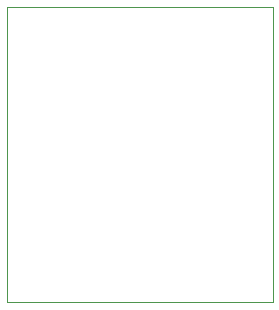
<source format=gbr>
%TF.GenerationSoftware,Altium Limited,Altium Designer,20.2.5 (213)*%
G04 Layer_Color=0*
%FSLAX26Y26*%
%MOIN*%
%TF.SameCoordinates,BE539DE5-043B-4D0A-8C02-F193005B2E19*%
%TF.FilePolarity,Positive*%
%TF.FileFunction,Profile,NP*%
%TF.Part,Single*%
G01*
G75*
%TA.AperFunction,Profile*%
%ADD17C,0.001000*%
D17*
X2893700Y2652000D02*
X3779527Y2652000D01*
Y3636000D01*
X2893700Y3636000D01*
Y2652000D01*
%TF.MD5,2488506bfb23eb085304eb46779e43b7*%
M02*

</source>
